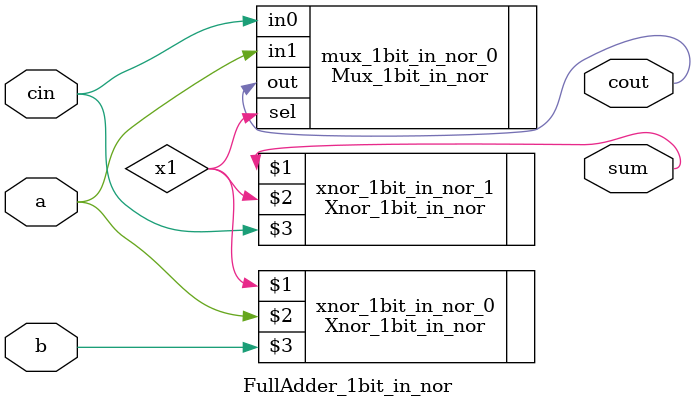
<source format=v>
`timescale 1ns/1ps

module FullAdder_1bit_in_nor (sum, cout, a, b, cin);

input a;
input b;
input cin;
output sum;
output cout;

wire x1;

Xnor_1bit_in_nor xnor_1bit_in_nor_0 (x1, a, b);
Xnor_1bit_in_nor xnor_1bit_in_nor_1 (sum, x1, cin);
Mux_1bit_in_nor  mux_1bit_in_nor_0 (
    .in0(cin),
    .in1(a),
    .sel(x1),
    .out(cout)
);

endmodule
</source>
